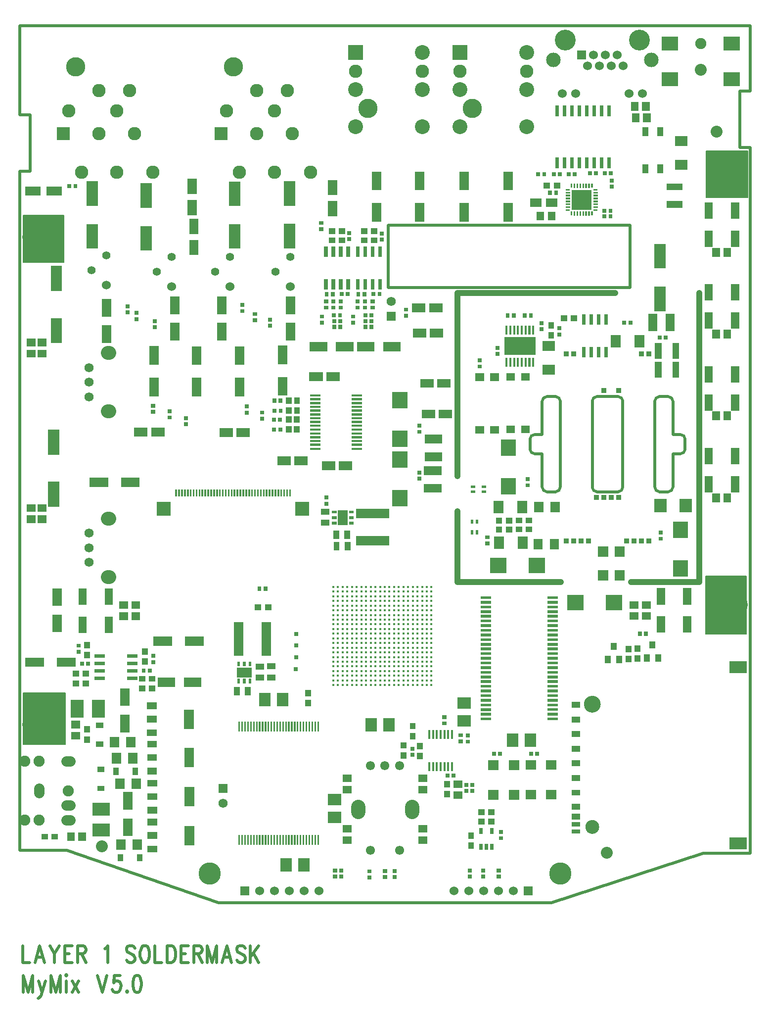
<source format=gbr>
*
*
G04 PADS Layout (Build Number 2006.45.1) generated Gerber (RS-274-X) file*
G04 PC Version=2.1*
*
%IN "MyMix V5.0_01.pcb"*%
*
%MOIN*%
*
%FSLAX35Y35*%
*
*
*
*
G04 PC Standard Apertures*
*
*
G04 Thermal Relief Aperture macro.*
%AMTER*
1,1,$1,0,0*
1,0,$1-$2,0,0*
21,0,$3,$4,0,0,45*
21,0,$3,$4,0,0,135*
%
*
*
G04 Annular Aperture macro.*
%AMANN*
1,1,$1,0,0*
1,0,$2,0,0*
%
*
*
G04 Odd Aperture macro.*
%AMODD*
1,1,$1,0,0*
1,0,$1-0.005,0,0*
%
*
*
G04 PC Custom Aperture Macros*
*
*
*
*
*
*
G04 PC Aperture Table*
*
%ADD010C,0.01*%
%ADD013C,0.005*%
%ADD015C,0.008*%
%ADD017R,0.03X0.03*%
%ADD018R,0.04X0.04*%
%ADD019R,0.024X0.024*%
%ADD023R,0.014X0.014*%
%ADD024R,0.06X0.06*%
%ADD026R,0.076X0.076*%
%ADD027R,0.102X0.102*%
%ADD030C,0.02*%
%ADD032R,0.1X0.1*%
%ADD037C,0.04*%
%ADD038R,0.056X0.056*%
%ADD040R,0.018X0.018*%
%ADD046C,0.055*%
%ADD051C,0.03*%
%ADD052R,0.062X0.062*%
%ADD054C,0.016*%
%ADD058C,0.2*%
%ADD061R,0.036X0.036*%
%ADD068R,0.066X0.066*%
%ADD069C,0.062*%
%ADD076C,0.075*%
%ADD084R,0.09X0.09*%
%ADD085C,0.098*%
%ADD087R,0.0748X0.0748*%
%ADD088C,0.06*%
%ADD092R,0.045X0.045*%
%ADD094R,0.01181X0.01181*%
%ADD095R,0.02362X0.02362*%
%ADD100R,0.05512X0.05512*%
%ADD102R,0.025X0.025*%
%ADD103C,0.08*%
%ADD108C,0.09*%
%ADD112R,0.05118X0.05118*%
%ADD113R,0.03937X0.03937*%
%ADD114R,0.06299X0.06299*%
%ADD119R,0.0689X0.0689*%
%ADD121R,0.08268X0.08268*%
%ADD122C,0.14*%
%ADD126R,0.05906X0.05906*%
%ADD138R,0.06693X0.06693*%
%ADD139R,0.011X0.011*%
%ADD140R,0.136X0.136*%
%ADD141R,0.015X0.015*%
%ADD142R,0.12X0.12*%
%ADD145R,0.01772X0.01772*%
%ADD146C,0.13*%
%ADD148C,0.1*%
%ADD149R,0.09449X0.09449*%
%ADD150R,0.09449X0.09449*%
%ADD152C,0.061*%
%ADD153R,0.04528X0.04528*%
%ADD154R,0.065X0.065*%
%ADD155C,0.06201*%
%ADD156R,0.03937X0.03937*%
%ADD161R,0.08661X0.08661*%
%ADD164C,0.15*%
%ADD172R,0.02756X0.02756*%
%ADD173R,0.07874X0.07874*%
%ADD174C,0.09488*%
%ADD175R,0.01575X0.01575*%
%ADD180R,0.02559X0.02559*%
%ADD181R,0.038X0.038*%
%ADD182C,0.07087*%
*
*
*
*
G04 PC Copper Outlines (0)*
G04 Layer Name MyMix V5.0_01.pcb - dark (0)*
%LPD*%
*
*
G04 PC Area=DRW76259708*
G75*
G36*
G01*
X202131Y631405D02*
X229719D01*
Y663119D01*
X202131D01*
Y631405D01*
G37*
G74*
*
*
G04 PC Area=DRW15358180*
G75*
G36*
G01*
X202131Y631405D02*
X229719D01*
Y663119D01*
X202131D01*
Y631405D01*
G37*
G74*
*
*
G04 PC Area=DRW74266854*
G75*
G36*
G01*
X202401Y306650D02*
X230444D01*
Y341219D01*
X202401D01*
Y306650D01*
G37*
G74*
*
*
G04 PC Area=DRW50773451*
G75*
G36*
G01*
X202401Y306650D02*
X230444D01*
Y341219D01*
X202401D01*
Y306650D01*
G37*
G74*
*
*
G04 PC Area=CFC3*
G75*
G36*
G01*
X585827Y328373D02*
G03*
X585827I0J5350D01*
G37*
G74*
*
*
G04 PC Area=CFC2*
G75*
G36*
G01*
X585827Y246696D02*
G03*
X585827I0J4350D01*
G37*
G74*
*
*
G04 PC Area=DRW33032812*
G75*
G36*
G01*
X662347Y381084D02*
X689698D01*
Y419928D01*
X662347D01*
Y381084D01*
G37*
G74*
*
*
G04 PC Area=DRW69578337*
G75*
G36*
G01*
X662347Y381084D02*
X689698D01*
Y419928D01*
X662347D01*
Y381084D01*
G37*
G74*
*
*
G04 PC Area=DRW72096783*
G75*
G36*
G01*
X662680Y675047D02*
X690493D01*
Y706432D01*
X662680D01*
Y675047D01*
G37*
G74*
*
*
G04 PC Area=DRW87982978*
G75*
G36*
G01*
X662680Y675047D02*
X690493D01*
Y706432D01*
X662680D01*
Y675047D01*
G37*
G74*
*
*
G04 PC Copper Outlines (1)*
G04 Layer Name MyMix V5.0_01.pcb - dark (1)*
%LPD*%
*
*
G04 PC Area=Custom_Thermal*
*
G04 PC Custom Flashes*
G04 Layer Name MyMix V5.0_01.pcb - flashes*
%LPD*%
*
*
G04 PC Circuitry*
G04 Layer Name MyMix V5.0_01.pcb - circuitry*
%LPD*%
*
G54D10*
G01X200000Y790551D02*
X692126D01*
Y746600*
X685126*
Y708600*
X692126*
Y233465*
X684094*
X660630*
X558268Y200000*
X333860*
X231500Y235430*
X200000*
Y692600*
X207000*
Y730600*
X200000*
Y790551*
X448300Y614173D02*
X611200D01*
Y656500*
X448300*
Y614173*
X588891Y540912D02*
G75*
G03X585801Y537822I0J-3090D01*
G01X588891Y540912D02*
X603310D01*
X606423Y537799D02*
G03X603310Y540912I-3113J0D01*
G01X606423Y537799D02*
Y479945D01*
X603288Y476810D02*
G03X606423Y479945I0J3135D01*
G01X603288Y476810D02*
X588894D01*
X585801Y479903D02*
G03X588894Y476810I3093J0D01*
G01X585801Y479903D02*
Y537822D01*
X631050Y540912D02*
G03X627950Y537812I-0J-3100D01*
G01Y479901*
G03X631041Y476810I3091J0*
G01X637059*
G03X640159Y479910I-0J3100*
G01Y502360*
X645273*
G03X648373Y505460I-0J3100*
G01Y512262*
G03X645273Y515362I-3100J-0*
G01X640159*
Y537812*
G03X637059Y540912I-3100J0*
G01X631050*
X552065Y479910D02*
G03X555165Y476810I3100J-0D01*
G01X561174*
G03X564274Y479910I-0J3100*
G01Y537812*
G03X561174Y540912I-3100J-0*
G01X555165*
G03X552065Y537812I-0J-3100*
G01Y515362*
X546951*
G03X543851Y512262I-0J-3100*
G01Y505460*
G03X546951Y502360I3100J-0*
G01X552065*
Y479910*
G54D13*
X662680Y675047D02*
X690493D01*
Y706432*
X662680*
Y675047*
X202131Y631405D02*
X229719D01*
Y663119*
X202131*
Y631405*
X202401Y306650D02*
X230444D01*
Y341219*
X202401*
Y306650*
X662347Y381084D02*
X689698D01*
Y419928*
X662347*
Y381084*
X662680Y675047D02*
X690493D01*
Y706432*
X662680*
Y675047*
X202131Y631405D02*
X229719D01*
Y663119*
X202131*
Y631405*
X202401Y306650D02*
X230444D01*
Y341219*
X202401*
Y306650*
X662347Y381084D02*
X689698D01*
Y419928*
X662347*
Y381084*
G54D15*
X590177Y251046D02*
G03X590177I-4350J0D01*
G01X591177Y333723D02*
G03X591177I-5350J0D01*
G01X590177Y251046D02*
G03X590177I-4350J0D01*
G01X591177Y333723D02*
G03X591177I-5350J0D01*
G54D17*
G01X386229Y373288D03*
X386300Y365359D03*
X386100Y357259D03*
X386300Y381059D03*
G54D18*
X621496Y695433D02*
Y693433D01*
X631496Y695433D02*
Y693433D01*
Y720433D02*
Y718433D01*
X621496Y720433D02*
Y718433D01*
X622617Y364400D02*
Y365200D01*
X630217Y364400D02*
Y365200D01*
X626417Y373200D02*
Y374000D01*
X596317Y363400D02*
Y364200D01*
X603917Y363400D02*
Y364200D01*
X600117Y372200D02*
Y373000D01*
G54D19*
X251414Y366282D02*
X256014D01*
X251414Y361282D02*
X256014D01*
X251414Y356282D02*
X256014D01*
X251414Y351282D02*
X256014D01*
X273414D02*
X278014D01*
X273414Y356282D02*
X278014D01*
X273414Y361282D02*
X278014D01*
X273414Y366282D02*
X278014D01*
X406300Y614159D02*
Y618759D01*
X411300Y614159D02*
Y618759D01*
X416300Y614159D02*
Y618759D01*
X421300Y614159D02*
Y618759D01*
Y636159D02*
Y640759D01*
X416300Y636159D02*
Y640759D01*
X411300Y636159D02*
Y640759D01*
X406300Y636159D02*
Y640759D01*
X427800Y614159D02*
Y618759D01*
X432800Y614159D02*
Y618759D01*
X437800Y614159D02*
Y618759D01*
X442800Y614159D02*
Y618759D01*
Y636159D02*
Y640759D01*
X437800Y636159D02*
Y640759D01*
X432800Y636159D02*
Y640759D01*
X427800Y636159D02*
Y640759D01*
X595200Y595159D02*
Y590559D01*
X590200Y595159D02*
Y590559D01*
X585200Y595159D02*
Y590559D01*
X580200Y595159D02*
Y590559D01*
Y573159D02*
Y568559D01*
X585200Y573159D02*
Y568559D01*
X590200Y573159D02*
Y568559D01*
X595200Y573159D02*
Y568559D01*
G54D23*
X491300Y311159D02*
Y315759D01*
X488700Y311159D02*
Y315759D01*
X486200Y311159D02*
Y315759D01*
X483600Y311159D02*
Y315759D01*
X481000Y311159D02*
Y315759D01*
X478500Y311159D02*
Y315759D01*
X475900Y311159D02*
Y315759D01*
Y289359D02*
Y293959D01*
X478500Y289359D02*
Y293959D01*
X481000Y289359D02*
Y293959D01*
X483600Y289359D02*
Y293959D01*
X486200Y289359D02*
Y293959D01*
X488700Y289359D02*
Y293959D01*
X491300Y289359D02*
Y293959D01*
X528029Y566178D02*
Y561578D01*
X530629Y566178D02*
Y561578D01*
X533229Y566178D02*
Y561578D01*
X535729Y566178D02*
Y561578D01*
X538329Y566178D02*
Y561578D01*
X540829Y566178D02*
Y561578D01*
X543429Y566178D02*
Y561578D01*
X546029Y566178D02*
Y561578D01*
Y587978D02*
Y583378D01*
X543429Y587978D02*
Y583378D01*
X540829Y587978D02*
Y583378D01*
X538329Y587978D02*
Y583378D01*
X535729Y587978D02*
Y583378D01*
X533229Y587978D02*
Y583378D01*
X530629Y587978D02*
Y583378D01*
X528029Y587978D02*
Y583378D01*
G54D24*
X542500Y208000D03*
X351712D03*
X578500Y771055D03*
G54D26*
X544100Y310359D02*
Y308959D01*
X532100Y310359D02*
Y308959D01*
X412848Y257508D02*
X411448D01*
X412848Y269508D02*
X411448D01*
X379546Y224808D02*
Y226208D01*
X391546Y224808D02*
Y226208D01*
X436700Y319259D02*
Y320659D01*
X448700Y319259D02*
Y320659D01*
X499988Y322588D02*
X498588D01*
X499988Y334588D02*
X498588D01*
X377086Y337448D02*
Y336048D01*
X365086Y337448D02*
Y336048D01*
G54D27*
X456021Y471989D02*
Y472789D01*
Y497989D02*
Y498789D01*
X456107Y511989D02*
Y512789D01*
Y537989D02*
Y538789D01*
X548688Y427088D02*
X547888D01*
X522688D02*
X521888D01*
X529288Y480188D02*
Y480988D01*
Y506188D02*
Y506988D01*
X645288Y451488D02*
Y450688D01*
Y425488D02*
Y424688D01*
X600688Y402088D02*
X599888D01*
X574688D02*
X573888D01*
G54D30*
X585827Y251046D03*
X202288Y151072D02*
Y139588D01*
Y151072D02*
X205470Y139588D01*
X208652Y151072D02*
X205470Y139588D01*
X208652Y151072D02*
Y139588D01*
X212629Y147244D02*
X215015Y139588D01*
X217402Y147244D02*
X215015Y139588D01*
X214220Y137400*
X214220D02*
X213424Y136307D01*
X212629Y135760*
X212231*
X220981Y151072D02*
Y139588D01*
Y151072D02*
X224163Y139588D01*
X227345Y151072D02*
X224163Y139588D01*
X227345Y151072D02*
Y139588D01*
X230924Y151072D02*
X231322Y150525D01*
X231322D02*
X231720Y151072D01*
X231322Y151619*
X230924Y151072*
X231322Y147244D02*
Y139588D01*
X235299Y147244D02*
X239674Y139588D01*
Y147244D02*
X235299Y139588D01*
X252402Y151072D02*
X255583Y139588D01*
X258765Y151072D02*
X255583Y139588D01*
X267515Y151072D02*
X263538D01*
X263140Y146150*
X263140D02*
X263538Y146697D01*
X264731Y147244*
X265924*
X267118Y146697*
X267913Y145604*
X268311Y143963*
X267913Y142869*
X267515Y141229*
X266720Y140135*
X265527Y139588*
X264333*
X263140Y140135*
X262743Y140682*
X262345Y141775*
X272288Y140682D02*
X271890Y140135D01*
X272288Y139588*
X272686Y140135*
X272288Y140682*
X278652Y151072D02*
X277458Y150525D01*
X277458D02*
X276663Y148885D01*
X276265Y146150*
X276265D02*
Y144510D01*
X276663Y141775*
X276663D02*
X277458Y140135D01*
X278652Y139588*
X279447*
X280640Y140135*
X281436Y141775*
X281436D02*
X281833Y144510D01*
Y146150*
X281833D02*
X281436Y148885D01*
X280640Y150525*
X280640D02*
X279447Y151072D01*
X278652*
X201899Y171136D02*
Y159652D01*
X206672*
X213433Y171136D02*
X210251Y159652D01*
X213433Y171136D02*
X216615Y159652D01*
X211444Y163480D02*
X215422D01*
X220194Y171136D02*
X223376Y165668D01*
Y159652*
X226558Y171136D02*
X223376Y165668D01*
X230138Y171136D02*
Y159652D01*
Y171136D02*
X235308D01*
X230138Y165668D02*
X233319D01*
X230138Y159652D02*
X235308D01*
X238888Y171136D02*
Y159652D01*
Y171136D02*
X242467D01*
X243660Y170589*
X243660D02*
X244058Y170043D01*
X244456Y168949*
Y167855*
X244058Y166761*
X243660Y166214*
X243660D02*
X242467Y165668D01*
X238888*
X241672D02*
X244456Y159652D01*
X257183Y168949D02*
X257979Y169496D01*
X259172Y171136*
Y159652*
X277467Y169496D02*
X276672Y170589D01*
X276672D02*
X275479Y171136D01*
X273888*
X272694Y170589*
X272694D02*
X271899Y169496D01*
Y168402*
X272297Y167308*
X272694Y166761*
X273490Y166214*
X273490D02*
X275876Y165121D01*
X276672Y164574*
X277069Y164027*
X277467Y162933*
Y161293*
X276672Y160199*
X275479Y159652*
X273888*
X272694Y160199*
X271899Y161293*
X283433Y171136D02*
X282638Y170589D01*
X282638D02*
X281842Y169496D01*
X281444Y168402*
X281047Y166761*
Y164027*
X281444Y162386*
X281842Y161293*
X282638Y160199*
X283433Y159652*
X285024*
X285819Y160199*
X286615Y161293*
X287013Y162386*
X287410Y164027*
Y166761*
X287013Y168402*
X286615Y169496*
X285819Y170589*
X285819D02*
X285024Y171136D01*
X283433*
X290990D02*
Y159652D01*
X295763*
X299342Y171136D02*
Y159652D01*
Y171136D02*
X302126D01*
X303319Y170589*
X303319D02*
X304115Y169496D01*
X304513Y168402*
X304910Y166761*
Y164027*
X304513Y162386*
X304115Y161293*
X303319Y160199*
X302126Y159652*
X299342*
X308490Y171136D02*
Y159652D01*
Y171136D02*
X313660D01*
X308490Y165668D02*
X311672D01*
X308490Y159652D02*
X313660D01*
X317240Y171136D02*
Y159652D01*
Y171136D02*
X320819D01*
X322013Y170589*
X322013D02*
X322410Y170043D01*
X322808Y168949*
Y167855*
X322410Y166761*
X322013Y166214*
X322013D02*
X320819Y165668D01*
X317240*
X320024D02*
X322808Y159652D01*
X326388Y171136D02*
Y159652D01*
Y171136D02*
X329569Y159652D01*
X332751Y171136D02*
X329569Y159652D01*
X332751Y171136D02*
Y159652D01*
X339513Y171136D02*
X336331Y159652D01*
X339513Y171136D02*
X342694Y159652D01*
X337524Y163480D02*
X341501D01*
X351842Y169496D02*
X351047Y170589D01*
X351047D02*
X349854Y171136D01*
X348263*
X347069Y170589*
X347069D02*
X346274Y169496D01*
Y168402*
X346672Y167308*
X347069Y166761*
X347865Y166214*
X347865D02*
X350251Y165121D01*
X351047Y164574*
X351444Y164027*
X351842Y162933*
Y161293*
X351047Y160199*
X349854Y159652*
X348263*
X347069Y160199*
X346274Y161293*
X355422Y171136D02*
Y159652D01*
X360990Y171136D02*
X355422Y163480D01*
X357410Y166214D02*
X360990Y159652D01*
X199965Y790551D02*
X692159D01*
Y746615*
X685160*
Y708629*
X692126*
Y669685*
Y233465*
X684094*
X660630*
X558268Y200000*
X333860*
X231500Y235430*
X200000*
Y692536*
X206979*
Y730575*
X199965*
Y790551*
X448304Y614173D02*
X611194D01*
Y656485*
X448304*
Y614173*
X588891Y540912D02*
G03X585801Y537822I0J-3090D01*
G01X588891Y540912D02*
X603310D01*
X606423Y537799D02*
G03X603310Y540912I-3113J0D01*
G01X606423Y537799D02*
Y479945D01*
X603288Y476810D02*
G03X606423Y479945I0J3135D01*
G01X603288Y476810D02*
X588894D01*
X585801Y479903D02*
G03X588894Y476810I3093J0D01*
G01X585801Y479903D02*
Y537822D01*
X631050Y540912D02*
G03X627950Y537812I-0J-3100D01*
G01Y479901*
G03X631041Y476810I3091J0*
G01X637059*
G03X640159Y479910I-0J3100*
G01Y502360*
X645273*
G03X648373Y505460I-0J3100*
G01Y512262*
G03X645273Y515362I-3100J-0*
G01X640159*
Y537812*
G03X637059Y540912I-3100J0*
G01X631050*
X552065Y479910D02*
G03X555165Y476810I3100J-0D01*
G01X561174*
G03X564274Y479910I-0J3100*
G01Y537812*
G03X561174Y540912I-3100J-0*
G01X555165*
G03X552065Y537812I-0J-3100*
G01Y515362*
X546951*
G03X543851Y512262I-0J-3100*
G01Y505460*
G03X546951Y502360I3100J-0*
G01X552065*
Y479910*
G54D32*
X496617Y772619D03*
X426271D03*
G54D37*
X601288Y610688D02*
X494788D01*
Y487388*
Y463688D02*
Y415888D01*
X564588*
X612088D02*
X657888D01*
Y610688*
X657788Y610788*
G54D38*
X559500Y671459D02*
X557500D01*
X548900D02*
X546900D01*
G54D40*
X516600Y405559D02*
X511400D01*
X516600Y402359D02*
X511400D01*
X516600Y399159D02*
X511400D01*
X516600Y396059D02*
X511400D01*
X516600Y392959D02*
X511400D01*
X516600Y389759D02*
X511400D01*
X516600Y386659D02*
X511400D01*
X516600Y383459D02*
X511400D01*
X516600Y380359D02*
X511400D01*
X516600Y377259D02*
X511400D01*
X516600Y374059D02*
X511400D01*
X516600Y370959D02*
X511400D01*
X516600Y367859D02*
X511400D01*
X516600Y364659D02*
X511400D01*
X516600Y361459D02*
X511400D01*
X516600Y358359D02*
X511400D01*
X516600Y355259D02*
X511400D01*
X516600Y352059D02*
X511400D01*
X516600Y348959D02*
X511400D01*
X516600Y345859D02*
X511400D01*
X516600Y342659D02*
X511400D01*
X516600Y339559D02*
X511400D01*
X516600Y336359D02*
X511400D01*
X516600Y333259D02*
X511400D01*
X516600Y330059D02*
X511400D01*
X516600Y326959D02*
X511400D01*
X516600Y323759D02*
X511400D01*
X561600D02*
X556400D01*
X561600Y326959D02*
X556400D01*
X561600Y330159D02*
X556400D01*
X561600Y333259D02*
X556400D01*
X561600Y336359D02*
X556400D01*
X561600Y339559D02*
X556400D01*
X561600Y342659D02*
X556400D01*
X561600Y345859D02*
X556400D01*
X561600Y348959D02*
X556400D01*
X561600Y352059D02*
X556400D01*
X561600Y355259D02*
X556400D01*
X561600Y358359D02*
X556400D01*
X561600Y361459D02*
X556400D01*
X561600Y364659D02*
X556400D01*
X561600Y367859D02*
X556400D01*
X561600Y370959D02*
X556400D01*
X561600Y374059D02*
X556400D01*
X561600Y377259D02*
X556400D01*
X561600Y380359D02*
X556400D01*
X561600Y383459D02*
X556400D01*
X561600Y386659D02*
X556400D01*
X561600Y389759D02*
X556400D01*
X561600Y392959D02*
X556400D01*
X561600Y396059D02*
X556400D01*
X561600Y399159D02*
X556400D01*
X561600Y402359D02*
X556400D01*
X561600Y405559D02*
X556400D01*
G54D46*
X248200Y626059D03*
X258200Y636059D03*
X331600Y624959D03*
X341600Y634959D03*
X372400Y624959D03*
X382400Y634959D03*
X292300Y624959D03*
X302300Y634959D03*
G54D51*
X585827Y333723D03*
G54D52*
X337100Y276859D03*
X450200Y594859D03*
G54D54*
X477430Y412730D03*
Y409580D03*
Y406431D03*
Y403281D03*
Y400131D03*
Y396982D03*
Y393832D03*
Y390683D03*
Y387533D03*
Y384383D03*
Y381234D03*
Y378084D03*
Y374935D03*
Y371785D03*
Y368635D03*
Y365486D03*
Y362336D03*
Y359187D03*
Y356037D03*
Y352887D03*
Y349738D03*
Y346588D03*
X474280Y412730D03*
Y409580D03*
Y406431D03*
Y403281D03*
Y400131D03*
Y396982D03*
Y393832D03*
Y390683D03*
Y387533D03*
Y384383D03*
Y381234D03*
Y378084D03*
Y374935D03*
Y371785D03*
Y368635D03*
Y365486D03*
Y362336D03*
Y359187D03*
Y356037D03*
Y352887D03*
Y349738D03*
Y346588D03*
X471131Y412730D03*
Y409580D03*
Y406431D03*
Y403281D03*
Y400131D03*
Y396982D03*
Y393832D03*
Y390683D03*
Y387533D03*
Y384383D03*
Y381234D03*
Y378084D03*
Y374935D03*
Y371785D03*
Y368635D03*
Y365486D03*
Y362336D03*
Y359187D03*
Y356037D03*
Y352887D03*
Y349738D03*
Y346588D03*
X467981Y412730D03*
Y409580D03*
Y406431D03*
Y403281D03*
Y400131D03*
Y396982D03*
Y393832D03*
Y390683D03*
Y387533D03*
Y384383D03*
Y381234D03*
Y378084D03*
Y374935D03*
Y371785D03*
Y368635D03*
Y365486D03*
Y362336D03*
Y359187D03*
Y356037D03*
Y352887D03*
Y349738D03*
Y346588D03*
X464831Y412730D03*
Y409580D03*
Y406431D03*
Y403281D03*
Y400131D03*
Y396982D03*
Y393832D03*
Y390683D03*
Y387533D03*
Y384383D03*
Y381234D03*
Y378084D03*
Y374935D03*
Y371785D03*
Y368635D03*
Y365486D03*
Y362336D03*
Y359187D03*
Y356037D03*
Y352887D03*
Y349738D03*
Y346588D03*
X461682Y412730D03*
Y409580D03*
Y406431D03*
Y403281D03*
Y400131D03*
Y396982D03*
Y393832D03*
Y390683D03*
Y387533D03*
Y384383D03*
Y381234D03*
Y378084D03*
Y374935D03*
Y371785D03*
Y368635D03*
Y365486D03*
Y362336D03*
Y359187D03*
Y356037D03*
Y352887D03*
Y349738D03*
Y346588D03*
X458532Y412730D03*
Y409580D03*
Y406431D03*
Y403281D03*
Y400131D03*
Y396982D03*
Y393832D03*
Y390683D03*
Y387533D03*
Y384383D03*
Y381234D03*
Y378084D03*
Y374935D03*
Y371785D03*
Y368635D03*
Y365486D03*
Y362336D03*
Y359187D03*
Y356037D03*
Y352887D03*
Y349738D03*
Y346588D03*
X455383Y412730D03*
Y409580D03*
Y406431D03*
Y403281D03*
Y400131D03*
Y396982D03*
Y393832D03*
Y390683D03*
Y387533D03*
Y384383D03*
Y381234D03*
Y378084D03*
Y374935D03*
Y371785D03*
Y368635D03*
Y365486D03*
Y362336D03*
Y359187D03*
Y356037D03*
Y352887D03*
Y349738D03*
Y346588D03*
X452233Y412730D03*
Y409580D03*
Y406431D03*
Y403281D03*
Y400131D03*
Y396982D03*
Y393832D03*
Y390683D03*
Y387533D03*
Y384383D03*
Y381234D03*
Y378084D03*
Y374935D03*
Y371785D03*
Y368635D03*
Y365486D03*
Y362336D03*
Y359187D03*
Y356037D03*
Y352887D03*
Y349738D03*
Y346588D03*
X449083Y412730D03*
Y409580D03*
Y406431D03*
Y403281D03*
Y400131D03*
Y396982D03*
Y393832D03*
Y390683D03*
Y387533D03*
Y384383D03*
Y381234D03*
Y378084D03*
Y374935D03*
Y371785D03*
Y368635D03*
Y365486D03*
Y362336D03*
Y359187D03*
Y356037D03*
Y352887D03*
Y349738D03*
Y346588D03*
X445934Y412730D03*
Y409580D03*
Y406431D03*
Y403281D03*
Y400131D03*
Y396982D03*
Y393832D03*
Y390683D03*
Y387533D03*
Y384383D03*
Y381234D03*
Y378084D03*
Y374935D03*
Y371785D03*
Y368635D03*
Y365486D03*
Y362336D03*
Y359187D03*
Y356037D03*
Y352887D03*
Y349738D03*
Y346588D03*
X442784Y412730D03*
Y409580D03*
Y406431D03*
Y403281D03*
Y400131D03*
Y396982D03*
Y393832D03*
Y390683D03*
Y387533D03*
Y384383D03*
Y381234D03*
Y378084D03*
Y374935D03*
Y371785D03*
Y368635D03*
Y365486D03*
Y362336D03*
Y359187D03*
Y356037D03*
Y352887D03*
Y349738D03*
Y346588D03*
X439635Y412730D03*
Y409580D03*
Y406431D03*
Y403281D03*
Y400131D03*
Y396982D03*
Y393832D03*
Y390683D03*
Y387533D03*
Y384383D03*
Y381234D03*
Y378084D03*
Y374935D03*
Y371785D03*
Y368635D03*
Y365486D03*
Y362336D03*
Y359187D03*
Y356037D03*
Y352887D03*
Y349738D03*
Y346588D03*
X436485Y412730D03*
Y409580D03*
Y406431D03*
Y403281D03*
Y400131D03*
Y396982D03*
Y393832D03*
Y390683D03*
Y387533D03*
Y384383D03*
Y381234D03*
Y378084D03*
Y374935D03*
Y371785D03*
Y368635D03*
Y365486D03*
Y362336D03*
Y359187D03*
Y356037D03*
Y352887D03*
Y349738D03*
Y346588D03*
X433335Y412730D03*
Y409580D03*
Y406431D03*
Y403281D03*
Y400131D03*
Y396982D03*
Y393832D03*
Y390683D03*
Y387533D03*
Y384383D03*
Y381234D03*
Y378084D03*
Y374935D03*
Y371785D03*
Y368635D03*
Y365486D03*
Y362336D03*
Y359187D03*
Y356037D03*
Y352887D03*
Y349738D03*
Y346588D03*
X430186Y412730D03*
Y409580D03*
Y406431D03*
Y403281D03*
Y400131D03*
Y396982D03*
Y393832D03*
Y390683D03*
Y387533D03*
Y384383D03*
Y381234D03*
Y378084D03*
Y374935D03*
Y371785D03*
Y368635D03*
Y365486D03*
Y362336D03*
Y359187D03*
Y356037D03*
Y352887D03*
Y349738D03*
Y346588D03*
X427036Y412730D03*
Y409580D03*
Y406431D03*
Y403281D03*
Y400131D03*
Y396982D03*
Y393832D03*
Y390683D03*
Y387533D03*
Y384383D03*
Y381234D03*
Y378084D03*
Y374935D03*
Y371785D03*
Y368635D03*
Y365486D03*
Y362336D03*
Y359187D03*
Y356037D03*
Y352887D03*
Y349738D03*
Y346588D03*
X423887Y412730D03*
Y409580D03*
Y406431D03*
Y403281D03*
Y400131D03*
Y396982D03*
Y393832D03*
Y390683D03*
Y387533D03*
Y384383D03*
Y381234D03*
Y378084D03*
Y374935D03*
Y371785D03*
Y368635D03*
Y365486D03*
Y362336D03*
Y359187D03*
Y356037D03*
Y352887D03*
Y349738D03*
Y346588D03*
X420737Y412730D03*
Y409580D03*
Y406431D03*
Y403281D03*
Y400131D03*
Y396982D03*
Y393832D03*
Y390683D03*
Y387533D03*
Y384383D03*
Y381234D03*
Y378084D03*
Y374935D03*
Y371785D03*
Y368635D03*
Y365486D03*
Y362336D03*
Y359187D03*
Y356037D03*
Y352887D03*
Y349738D03*
Y346588D03*
X417587Y412730D03*
Y409580D03*
Y406431D03*
Y403281D03*
Y400131D03*
Y396982D03*
Y393832D03*
Y390683D03*
Y387533D03*
Y384383D03*
Y381234D03*
Y378084D03*
Y374935D03*
Y371785D03*
Y368635D03*
Y365486D03*
Y362336D03*
Y359187D03*
Y356037D03*
Y352887D03*
Y349738D03*
Y346588D03*
X414438Y412730D03*
Y409580D03*
Y406431D03*
Y403281D03*
Y400131D03*
Y396982D03*
Y393832D03*
Y390683D03*
Y387533D03*
Y384383D03*
Y381234D03*
Y378084D03*
Y374935D03*
Y371785D03*
Y368635D03*
Y365486D03*
Y362336D03*
Y359187D03*
Y356037D03*
Y352887D03*
Y349738D03*
Y346588D03*
X411288Y412730D03*
Y409580D03*
Y406431D03*
Y403281D03*
Y400131D03*
Y396982D03*
Y393832D03*
Y390683D03*
Y387533D03*
Y384383D03*
Y381234D03*
Y378084D03*
Y374935D03*
Y371785D03*
Y368635D03*
Y365486D03*
Y362336D03*
Y359187D03*
Y356037D03*
Y352887D03*
Y349738D03*
Y346588D03*
G54D58*
X680500Y400600D03*
Y691700D03*
X211700Y320000D03*
Y648400D03*
G54D61*
X253200Y319609D02*
X254400D01*
X253200Y306709D02*
X254400D01*
X277750Y289159D02*
Y287959D01*
X264850Y289159D02*
Y287959D01*
X280650Y230959D02*
Y229759D01*
X267750Y230959D02*
Y229759D01*
X255200Y277009D02*
X254000D01*
X255200Y289909D02*
X254000D01*
G54D68*
X557900Y272859D02*
X558300D01*
X557900Y292859D02*
X558300D01*
X544100D02*
X544500D01*
X544100Y272859D02*
X544500D01*
X532829Y272788D02*
X533229D01*
X532829Y292788D02*
X533229D01*
X519029D02*
X519429D01*
X519029Y272788D02*
X519429D01*
G54D69*
X337100Y266859D03*
X450200Y604859D03*
G54D76*
X232677Y275500D03*
X203150Y255815D03*
Y295185D03*
X212992Y255815D03*
Y295185D03*
X658870Y778745D03*
G54D84*
X229344Y718110D03*
X335644D03*
G54D85*
X427860Y261300D02*
Y264700D01*
X464260Y261300D02*
Y264700D01*
X559500Y767555D03*
X625500D03*
G54D87*
X248823Y682157D02*
Y673102D01*
Y653416D02*
Y644361D01*
X381836Y682257D02*
Y673202D01*
Y653516D02*
Y644461D01*
X344738Y682057D02*
Y673002D01*
Y653316D02*
Y644261D01*
X285151Y680790D02*
Y671735D01*
Y652049D02*
Y642994D01*
X631456Y602214D02*
Y611269D01*
Y630955D02*
Y640010D01*
X224600Y625103D02*
Y615654D01*
Y590064D02*
Y580615D01*
X222768Y514942D02*
Y505493D01*
Y479903D02*
Y470454D01*
G54D88*
X532500Y208000D03*
X522500D03*
X512500D03*
X502500D03*
X492500D03*
X361712D03*
X371712D03*
X381712D03*
X391712D03*
X401712D03*
X258200Y616059D03*
X341600Y614959D03*
X382400D03*
X302300D03*
X582500Y763555D03*
X586500Y771055D03*
X590500Y763555D03*
X594500Y771055D03*
X598500Y763555D03*
X602500Y771055D03*
X606500Y763555D03*
X565500Y745055D03*
X574500D03*
X610500D03*
X619500D03*
G54D92*
X288153Y306864D02*
X290153D01*
X288153Y297764D02*
X290153D01*
X288153Y288664D02*
X290153D01*
X288300Y254404D02*
X290300D01*
X288300Y245304D02*
X290300D01*
X288300Y236204D02*
X290300D01*
X288225Y280564D02*
X290225D01*
X288225Y271464D02*
X290225D01*
X288225Y262364D02*
X290225D01*
X287981Y332741D02*
X289981D01*
X287981Y323641D02*
X289981D01*
X287981Y314541D02*
X289981D01*
G54D94*
X305314Y474095D02*
Y477638D01*
X307283Y474095D02*
Y477638D01*
X309251Y474095D02*
Y477638D01*
X311220Y474095D02*
Y477638D01*
X313188Y474095D02*
Y477638D01*
X315157Y474095D02*
Y477638D01*
X317125Y474095D02*
Y477638D01*
X319094Y474095D02*
Y477638D01*
X321062Y474095D02*
Y477638D01*
X323031Y474095D02*
Y477638D01*
X324999Y474095D02*
Y477638D01*
X326968Y474095D02*
Y477638D01*
X328936Y474095D02*
Y477638D01*
X330905Y474095D02*
Y477638D01*
X332873Y474095D02*
Y477638D01*
X334842Y474095D02*
Y477638D01*
X336810Y474095D02*
Y477638D01*
X338779Y474095D02*
Y477638D01*
X340747Y474095D02*
Y477638D01*
X342716Y474095D02*
Y477638D01*
X344684Y474095D02*
Y477638D01*
X346653Y474095D02*
Y477638D01*
X348621Y474095D02*
Y477638D01*
X350590Y474095D02*
Y477638D01*
X352558Y474095D02*
Y477638D01*
X354527Y474095D02*
Y477638D01*
X356495Y474095D02*
Y477638D01*
X358464Y474095D02*
Y477638D01*
X360432Y474095D02*
Y477638D01*
X362401Y474095D02*
Y477638D01*
X364369Y474095D02*
Y477638D01*
X366338Y474095D02*
Y477638D01*
X368306Y474095D02*
Y477638D01*
X370275Y474095D02*
Y477638D01*
X372243Y474095D02*
Y477638D01*
X374212Y474095D02*
Y477638D01*
X376180Y474095D02*
Y477638D01*
X378149Y474095D02*
Y477638D01*
X380117Y474095D02*
Y477638D01*
X382086Y474095D02*
Y477638D01*
G54D95*
X510760Y238530D02*
Y236758D01*
X514500Y238530D02*
Y236758D01*
X518240Y238530D02*
Y236758D01*
Y249160D02*
Y247388D01*
X510760Y249160D02*
Y247388D01*
G54D100*
X632142Y384615D02*
Y390127D01*
Y403591D02*
Y409103D01*
X649858Y384615D02*
Y390127D01*
Y403591D02*
Y409103D01*
X664342Y589335D02*
Y594847D01*
Y608311D02*
Y613823D01*
X682058Y589335D02*
Y594847D01*
Y608311D02*
Y613823D01*
X664342Y644445D02*
Y649957D01*
Y663421D02*
Y668933D01*
X682058Y644445D02*
Y649957D01*
Y663421D02*
Y668933D01*
X242242Y384515D02*
Y390027D01*
Y403491D02*
Y409003D01*
X259958Y384515D02*
Y390027D01*
Y403491D02*
Y409003D01*
X664342Y479095D02*
Y484607D01*
Y498071D02*
Y503583D01*
X682058Y479095D02*
Y484607D01*
Y498071D02*
Y503583D01*
X664342Y534215D02*
Y539727D01*
Y553191D02*
Y558703D01*
X682058Y534215D02*
Y539727D01*
Y553191D02*
Y558703D01*
G54D102*
X562026Y695840D02*
Y700840D01*
X567026Y695840D02*
Y700840D01*
X572026Y695840D02*
Y700840D01*
X577026Y695840D02*
Y700840D01*
X582026Y695840D02*
Y700840D01*
X587026Y695840D02*
Y700840D01*
X592026Y695840D02*
Y700840D01*
X597026Y695840D02*
Y700840D01*
Y730840D02*
Y735840D01*
X592026Y730840D02*
Y735840D01*
X587026Y730840D02*
Y735840D01*
X582026Y730840D02*
Y735840D01*
X577026Y730840D02*
Y735840D01*
X572026Y730840D02*
Y735840D01*
X567026Y730840D02*
Y735840D01*
X562026Y730840D02*
Y735840D01*
G54D103*
X669682Y719240D03*
X595455Y233541D03*
X255342Y238097D03*
X658870Y761045D03*
G54D108*
X277376Y718110D03*
X253360D03*
Y746850D03*
X273832D03*
X265171Y733464D03*
X232888D03*
X241549Y692126D03*
X289580D03*
X265171D03*
X383676Y718110D03*
X359660D03*
Y746850D03*
X380132D03*
X371471Y733464D03*
X339188D03*
X347849Y692126D03*
X395880D03*
X371471D03*
X496617Y760020D03*
X541617D03*
X426271D03*
X471271D03*
G54D112*
X550860Y662065D02*
Y662853D01*
X558340Y662065D02*
Y662853D01*
X615160Y728265D02*
Y729053D01*
X622640Y728265D02*
Y729053D01*
X614460Y735865D02*
Y736653D01*
X621940Y735865D02*
Y736653D01*
X494806Y279899D02*
X495594D01*
X494806Y272419D02*
X495594D01*
X269486Y400499D02*
X270274D01*
X269486Y393019D02*
X270274D01*
X215394Y569838D02*
X214606D01*
X215394Y577318D02*
X214606D01*
X207894Y569838D02*
X207106D01*
X207894Y577318D02*
X207106D01*
X207894Y458343D02*
X207106D01*
X207894Y465823D02*
X207106D01*
X215394Y458343D02*
X214606D01*
X215394Y465823D02*
X214606D01*
X420894Y242260D02*
X420106D01*
X420894Y249740D02*
X420106D01*
X471894Y242260D02*
X471106D01*
X471894Y249740D02*
X471106D01*
X420106Y283740D02*
X420894D01*
X420106Y276260D02*
X420894D01*
X471106Y283740D02*
X471894D01*
X471106Y276260D02*
X471894D01*
X676740Y472953D02*
Y472165D01*
X669260Y472953D02*
Y472165D01*
X676740Y528353D02*
Y527565D01*
X669260Y528353D02*
Y527565D01*
X676740Y583453D02*
Y582665D01*
X669260Y583453D02*
Y582665D01*
X676740Y638453D02*
Y637665D01*
X669260Y638453D02*
Y637665D01*
X614394Y393119D02*
X613606D01*
X614394Y400599D02*
X613606D01*
X621826D02*
X622614D01*
X621826Y393119D02*
X622614D01*
X278494Y393019D02*
X277706D01*
X278494Y400499D02*
X277706D01*
X237994Y312519D02*
X237206D01*
X237994Y319999D02*
X237206D01*
X241882Y244912D02*
Y244124D01*
X234402Y244912D02*
Y244124D01*
X519581Y553966D02*
X520369D01*
X509581D02*
X510369D01*
X509581Y518532D02*
X510369D01*
X519581D02*
X520369D01*
X531139Y518780D02*
X530352D01*
X541139D02*
X540352D01*
X541139Y554214D02*
X540352D01*
X531139D02*
X530352D01*
G54D113*
X245359Y366625D02*
Y367018D01*
Y373318D02*
Y373711D01*
X284294Y362298D02*
Y362692D01*
Y368991D02*
Y369384D01*
X394308Y334323D02*
Y334716D01*
Y341016D02*
Y341409D01*
X360394Y398876D02*
X360787D01*
X367087D02*
X367480D01*
X406697Y455919D02*
X404925D01*
X406697Y463399D02*
X404925D01*
X413260Y446973D02*
Y448745D01*
X420740Y446973D02*
Y448745D01*
X413460Y439373D02*
Y441145D01*
X420940Y439373D02*
Y441145D01*
X237489Y354230D02*
X237883D01*
X244182D02*
X244576D01*
X237489Y347626D02*
X237883D01*
X244182D02*
X244576D01*
X289458Y350814D02*
X289064D01*
X282765D02*
X282371D01*
X289458Y344438D02*
X289064D01*
X282765D02*
X282371D01*
X616317Y364257D02*
Y364650D01*
Y370950D02*
Y371343D01*
X610317Y364057D02*
Y364450D01*
Y370750D02*
Y371143D01*
X555057Y683059D02*
X555450D01*
X561750D02*
X562143D01*
X469500Y305802D02*
Y305409D01*
Y299109D02*
Y298716D01*
X488000Y273016D02*
Y273409D01*
Y279709D02*
Y280102D01*
X464800Y319202D02*
Y318809D01*
Y312509D02*
Y312116D01*
X458500Y306202D02*
Y305809D01*
Y299509D02*
Y299116D01*
X370352Y351748D02*
X368580D01*
X370352Y359228D02*
X368580D01*
X386618Y518502D02*
Y518895D01*
Y525195D02*
Y525588D01*
X386760Y531248D02*
Y531642D01*
Y537941D02*
Y538335D01*
X362652Y351548D02*
X360880D01*
X362652Y359028D02*
X360880D01*
X438943Y646159D02*
X438550D01*
X432250D02*
X431857D01*
X417443D02*
X417050D01*
X410750D02*
X410357D01*
X353717Y343480D02*
Y341708D01*
X346237Y343480D02*
Y341708D01*
X438943Y652459D02*
X438550D01*
X432250D02*
X431857D01*
X417243D02*
X416850D01*
X410550D02*
X410157D01*
X223710Y244524D02*
X223317D01*
X217017D02*
X216624D01*
X245400Y309789D02*
Y310182D01*
Y316482D02*
Y316875D01*
X381257Y525588D02*
Y525195D01*
Y518895D02*
Y518502D01*
X381305Y538335D02*
Y537941D01*
Y531642D02*
Y531248D01*
X543352Y457513D02*
X542959D01*
X536659D02*
X536266D01*
X543267Y451525D02*
X542874D01*
X536574D02*
X536181D01*
X566557Y593559D02*
X566950D01*
X573250D02*
X573643D01*
X529831Y457343D02*
X529438D01*
X523138D02*
X522745D01*
X529831Y451439D02*
X529438D01*
X523138D02*
X522745D01*
X558130Y589194D02*
Y588800D01*
Y582501D02*
Y582107D01*
X518043Y254559D02*
X517650D01*
X511350D02*
X510957D01*
X518043Y260959D02*
X517650D01*
X511350D02*
X510957D01*
X504100Y245402D02*
Y245009D01*
Y238709D02*
Y238316D01*
G54D114*
X277580Y483059D02*
X271280D01*
X256320D02*
X250020D01*
X528979Y689339D02*
Y683039D01*
Y668079D02*
Y661779D01*
X499308Y689339D02*
Y683039D01*
Y668079D02*
Y661779D01*
X469377Y689339D02*
Y683039D01*
Y668079D02*
Y661779D01*
X440357Y689339D02*
Y683039D01*
Y668079D02*
Y661779D01*
X234331Y362011D02*
X228031D01*
X213071D02*
X206771D01*
X293181Y376233D02*
X299481D01*
X314441D02*
X320741D01*
X377046Y544663D02*
Y550963D01*
Y565923D02*
Y572223D01*
X290300Y544279D02*
Y550579D01*
Y565539D02*
Y571839D01*
X319200Y544079D02*
Y550379D01*
Y565339D02*
Y571639D01*
X348100Y544079D02*
Y550379D01*
Y565339D02*
Y571639D01*
X264988Y296965D02*
Y297753D01*
X276012Y296965D02*
Y297753D01*
X274912Y308453D02*
Y307665D01*
X263888Y308453D02*
Y307665D01*
X268188Y238765D02*
Y239553D01*
X279212Y238765D02*
Y239553D01*
X278412Y280453D02*
Y279665D01*
X267388Y280453D02*
Y279665D01*
X316143Y684366D02*
Y680429D01*
Y670193D02*
Y666256D01*
X410635Y683614D02*
Y679677D01*
Y669441D02*
Y665504D01*
X206914Y679346D02*
X210851D01*
X221087D02*
X225024D01*
X317280Y657478D02*
Y653541D01*
Y643305D02*
Y639368D01*
X270757Y317950D02*
Y323462D01*
Y335666D02*
Y341178D01*
X272843Y248131D02*
Y253642D01*
Y265847D02*
Y271359D01*
X453614Y574559D02*
X448102D01*
X435898D02*
X430386D01*
X398486D02*
X403998D01*
X416202D02*
X421714D01*
X295989Y348519D02*
X301501D01*
X313705D02*
X319217D01*
X225119Y408618D02*
Y403106D01*
Y390902D02*
Y385390D01*
X258300Y603473D02*
Y597961D01*
Y585757D02*
Y580245D01*
X304400Y605073D02*
Y599561D01*
Y587357D02*
Y581845D01*
X336000Y605073D02*
Y599561D01*
Y587357D02*
Y581845D01*
X382500Y605073D02*
Y599561D01*
Y587357D02*
Y581845D01*
X560286Y441982D02*
Y441194D01*
X549262Y441982D02*
Y441194D01*
X549630Y466194D02*
Y466982D01*
X560654Y466194D02*
Y466982D01*
X347576Y369593D02*
Y385735D01*
X366080Y369593D02*
Y385735D01*
X429729Y462311D02*
X445871D01*
X429729Y443807D02*
X445871D01*
G54D119*
X604255Y436488D02*
Y436292D01*
X593035Y436488D02*
Y436292D01*
Y420544D02*
Y420347D01*
X604255Y420544D02*
Y420347D01*
G54D121*
X631823Y467194D02*
Y467982D01*
X648753Y467194D02*
Y467982D01*
G54D122*
X617500Y781055D03*
X567500D03*
G54D126*
X398017Y554359D02*
X401166D01*
X409434D02*
X412583D01*
X391071Y497588D02*
X387922D01*
X379654D02*
X376505D01*
X421083Y494259D02*
X417934D01*
X409666D02*
X406517D01*
X473823Y529181D02*
X476972D01*
X485240D02*
X488390D01*
X294571Y517088D02*
X291422D01*
X283154D02*
X280005D01*
X472818Y549867D02*
X475967D01*
X484235D02*
X487384D01*
X352071Y516588D02*
X348922D01*
X340654D02*
X337505D01*
X482471Y583688D02*
X479322D01*
X471054D02*
X467905D01*
X481883Y600559D02*
X478734D01*
X470466D02*
X467317D01*
X626539Y587959D02*
Y593864D01*
X638350Y587959D02*
Y593864D01*
X481246Y479160D02*
X475340D01*
X481246Y490971D02*
X475340D01*
X475828Y512247D02*
X481734D01*
X475828Y500436D02*
X481734D01*
G54D138*
X646575Y697017D02*
X645001D01*
X646575Y712962D02*
X645001D01*
X349691Y355088D02*
X352841D01*
X417700Y460934D02*
Y457784D01*
X617648Y578862D02*
Y577288D01*
X601703Y578862D02*
Y577288D01*
X538859Y443175D02*
Y441601D01*
X522914Y443175D02*
Y441601D01*
X555613Y574930D02*
X557187D01*
X555613Y558985D02*
X557187D01*
X522717Y465801D02*
Y467375D01*
X538662Y465801D02*
Y467375D01*
G54D139*
X347854Y239588D02*
Y244988D01*
X349823Y239588D02*
Y244988D01*
X351791Y239588D02*
Y244988D01*
X353760Y239588D02*
Y244988D01*
X355728Y239588D02*
Y244988D01*
X357697Y239588D02*
Y244988D01*
X359665Y239588D02*
Y244988D01*
X361634Y239588D02*
Y244988D01*
X363602Y239588D02*
Y244988D01*
X365571Y239588D02*
Y244988D01*
X367539Y239588D02*
Y244988D01*
X369508Y239588D02*
Y244988D01*
X371476Y239588D02*
Y244988D01*
X373445Y239588D02*
Y244988D01*
X375413Y239588D02*
Y244988D01*
X377382Y239588D02*
Y244988D01*
X379350Y239588D02*
Y244988D01*
X381319Y239588D02*
Y244988D01*
X383287Y239588D02*
Y244988D01*
X385256Y239588D02*
Y244988D01*
X387224Y239588D02*
Y244988D01*
X389193Y239588D02*
Y244988D01*
X391161Y239588D02*
Y244988D01*
X393130Y239588D02*
Y244988D01*
X395098Y239588D02*
Y244988D01*
X397067Y239588D02*
Y244988D01*
X399035Y239588D02*
Y244988D01*
X401004Y239588D02*
Y244988D01*
Y315988D02*
Y321388D01*
X399035Y315988D02*
Y321388D01*
X397067Y315988D02*
Y321388D01*
X395098Y315988D02*
Y321388D01*
X393130Y315988D02*
Y321388D01*
X391161Y315988D02*
Y321388D01*
X389193Y315988D02*
Y321388D01*
X387224Y315988D02*
Y321388D01*
X385256Y315988D02*
Y321388D01*
X383287Y315988D02*
Y321388D01*
X381319Y315988D02*
Y321388D01*
X379350Y315988D02*
Y321388D01*
X377382Y315988D02*
Y321388D01*
X375413Y315988D02*
Y321388D01*
X373445Y315988D02*
Y321388D01*
X371476Y315988D02*
Y321388D01*
X369508Y315988D02*
Y321388D01*
X367539Y315988D02*
Y321388D01*
X365571Y315988D02*
Y321388D01*
X363602Y315988D02*
Y321388D01*
X361634Y315988D02*
Y321388D01*
X359665Y315988D02*
Y321388D01*
X357697Y315988D02*
Y321388D01*
X355728Y315988D02*
Y321388D01*
X353760Y315988D02*
Y321388D01*
X351791Y315988D02*
Y321388D01*
X349823Y315988D02*
Y321388D01*
X347854Y315988D02*
Y321388D01*
X585590Y683652D02*
Y682152D01*
X583621Y683652D02*
Y681752D01*
X581653Y683652D02*
Y681752D01*
X579684Y683652D02*
Y681752D01*
X577716Y683652D02*
Y681752D01*
X575747Y683652D02*
Y681752D01*
X573779Y683652D02*
Y681752D01*
X571810Y683652D02*
Y682152D01*
X568407Y680249D02*
X569907D01*
X568407Y678280D02*
X570307D01*
X568407Y676312D02*
X570307D01*
X568407Y674343D02*
X570307D01*
X568407Y672375D02*
X570307D01*
X568407Y670406D02*
X570307D01*
X568407Y668438D02*
X570307D01*
X568407Y666469D02*
X569907D01*
X571810Y664966D02*
Y663466D01*
X573779Y664966D02*
Y663066D01*
X575747Y664966D02*
Y663066D01*
X577716Y664966D02*
Y663066D01*
X579684Y664966D02*
Y663066D01*
X581653Y664966D02*
Y663066D01*
X583621Y664966D02*
Y663066D01*
X585590Y664966D02*
Y663466D01*
X587093Y666469D02*
X588593D01*
X587093Y668438D02*
X588993D01*
X587093Y670406D02*
X588993D01*
X587093Y672375D02*
X588993D01*
X587093Y674343D02*
X588993D01*
X587093Y676312D02*
X588993D01*
X587093Y678280D02*
X588993D01*
X587093Y680249D02*
X588593D01*
G54D140*
X578700Y673359D03*
G54D141*
X401850Y541659D02*
X396350D01*
X401850Y539159D02*
X396350D01*
X401850Y536559D02*
X396350D01*
X401850Y534059D02*
X396350D01*
X401850Y531459D02*
X396350D01*
X401850Y528859D02*
X396350D01*
X401850Y526359D02*
X396350D01*
X401850Y523759D02*
X396350D01*
X401850Y521259D02*
X396350D01*
X401850Y518659D02*
X396350D01*
X401850Y516059D02*
X396350D01*
X401850Y513559D02*
X396350D01*
X401850Y510959D02*
X396350D01*
X401850Y508459D02*
X396350D01*
X401850Y505659D02*
X396350D01*
X429850D02*
X424350D01*
X429850Y508459D02*
X424350D01*
X429850Y511059D02*
X424350D01*
X429850Y513559D02*
X424350D01*
X429850Y516059D02*
X424350D01*
X429850Y518659D02*
X424350D01*
X429850Y521259D02*
X424350D01*
X429850Y523759D02*
X424350D01*
X429850Y526359D02*
X424350D01*
X429850Y528859D02*
X424350D01*
X429850Y531459D02*
X424350D01*
X429850Y534059D02*
X424350D01*
X429850Y536559D02*
X424350D01*
X429850Y539159D02*
X424350D01*
X429850Y541659D02*
X424350D01*
G54D142*
X541529Y574878D02*
X532529D01*
G54D145*
X355006Y361486D02*
Y360108D01*
X351266Y361486D02*
Y360108D01*
X347526Y361486D02*
Y360108D01*
Y350068D02*
Y348690D01*
X351266Y350068D02*
Y348690D01*
X355006Y350068D02*
Y348690D01*
X424098Y455619D02*
X422720D01*
X424098Y459359D02*
X422720D01*
X424098Y463099D02*
X422720D01*
X412680D02*
X411302D01*
X412680Y459359D02*
X411302D01*
X412680Y455619D02*
X411302D01*
G54D146*
X237612Y762992D03*
X343912D03*
X505003Y735020D03*
X434657D03*
G54D148*
X496617Y747619D03*
Y722619D03*
X541617Y772619D03*
Y747619D03*
Y722619D03*
X426271Y747619D03*
Y722619D03*
X471271Y772619D03*
Y747619D03*
Y722619D03*
G54D149*
X680523Y778745D02*
X678949D01*
X638791D02*
X637217D01*
X638791Y754745D02*
X637217D01*
X680523D02*
X678949D01*
G54D150*
X297046Y465237D03*
X390354D03*
G54D152*
X455910Y235400D03*
X436210D03*
Y292500D03*
X455910D03*
X446060D03*
G54D153*
X638362Y682126D02*
X644465D01*
X638362Y670315D02*
X644465D01*
X642046Y562163D02*
Y556061D01*
X630234Y562163D02*
Y556061D01*
X642046Y574773D02*
Y568671D01*
X630234Y574773D02*
Y568671D01*
G54D154*
X314153Y301014D02*
Y294514D01*
X314300Y248554D02*
Y242054D01*
X314225Y274714D02*
Y268214D01*
X313981Y326891D02*
Y320391D01*
G54D155*
X246685Y540735D03*
Y550578D03*
Y560421D03*
Y429240D03*
Y439083D03*
Y448926D03*
G54D156*
X575787Y323408D02*
X573819D01*
X575787Y313566D02*
X573819D01*
X575787Y303723D02*
X573819D01*
X575787Y293881D02*
X573819D01*
X575787Y284038D02*
X573819D01*
X575787Y274196D02*
X573819D01*
X575787Y264629D02*
X573819D01*
X575787Y257936D02*
X573819D01*
X575787Y333251D02*
X573819D01*
G54D161*
X252899Y332234D02*
Y329084D01*
X238725Y332234D02*
Y329084D01*
X253176Y263160D02*
X256325D01*
X253176Y248987D02*
X256325D01*
G54D164*
X327953Y219685D03*
X564173D03*
G54D172*
X576378Y252818D02*
X573228D01*
X576378Y248093D02*
X573228D01*
G54D173*
X686023Y240101D02*
X682087D01*
X686023Y358605D02*
X682087D01*
G54D174*
X260232Y530893D02*
X259122D01*
X260232Y570263D02*
X259122D01*
X260232Y419398D02*
X259122D01*
X260232Y458768D02*
X259122D01*
G54D175*
X504893Y448712D02*
Y450090D01*
X508042Y448712D02*
Y450090D01*
Y455995D02*
Y457373D01*
X504893Y455995D02*
Y457373D01*
X513348Y476906D02*
X511970D01*
X513348Y480056D02*
X511970D01*
X506064D02*
X504686D01*
X506064Y476906D02*
X504686D01*
G54D180*
X512202Y221726D02*
X512398D01*
X512202Y217592D02*
X512398D01*
X503202Y221726D02*
X503398D01*
X503202Y217592D02*
X503398D01*
X444098Y646592D02*
X443902D01*
X444098Y650726D02*
X443902D01*
X422098Y646892D02*
X421902D01*
X422098Y651026D02*
X421902D01*
X239595Y369057D02*
X239399D01*
X239595Y373191D02*
X239399D01*
X241859Y360981D02*
Y361177D01*
X245993Y360981D02*
Y361177D01*
X290080Y362096D02*
X289883D01*
X290080Y366230D02*
X289883D01*
X287526Y356377D02*
Y356180D01*
X283392Y356377D02*
Y356180D01*
X617833Y381061D02*
Y381257D01*
X621967Y381061D02*
Y381257D01*
X446198Y217292D02*
X446002D01*
X446198Y221426D02*
X446002D01*
X412498Y217592D02*
X412302D01*
X412498Y221726D02*
X412302D01*
X365565Y411568D02*
Y411372D01*
X361431Y411568D02*
Y411372D01*
X464602Y303726D02*
X464798D01*
X464602Y299592D02*
X464798D01*
X488233Y285561D02*
Y285757D01*
X492367Y285561D02*
Y285757D01*
X435798Y216992D02*
X435602D01*
X435798Y221126D02*
X435602D01*
X452798Y217292D02*
X452602D01*
X452798Y221426D02*
X452602D01*
X416798Y217592D02*
X416602D01*
X416798Y221726D02*
X416602D01*
X523696Y300386D02*
Y300190D01*
X519562Y300386D02*
Y300190D01*
X598055Y662386D02*
Y662190D01*
X593921Y662386D02*
Y662190D01*
X598055Y666186D02*
Y665990D01*
X593921Y666186D02*
Y665990D01*
X486198Y320792D02*
X486002D01*
X486198Y324926D02*
X486002D01*
X548696Y300386D02*
Y300190D01*
X544562Y300386D02*
Y300190D01*
X559919Y690693D02*
Y690890D01*
X564053Y690693D02*
Y690890D01*
X574053D02*
Y690693D01*
X569919Y690890D02*
Y690693D01*
X594168Y691226D02*
Y691423D01*
X598302Y691226D02*
Y691423D01*
X588302D02*
Y691226D01*
X584168Y691423D02*
Y691226D01*
X522702Y221726D02*
X522898D01*
X522702Y217592D02*
X522898D01*
X272598Y597592D02*
X272402D01*
X272598Y601726D02*
X272402D01*
X497198Y308692D02*
X497002D01*
X497198Y312826D02*
X497002D01*
X501048Y275288D02*
X500851D01*
X501048Y279422D02*
X500851D01*
X406424Y472897D02*
X406620D01*
X406424Y468763D02*
X406620D01*
X353098Y530092D02*
X352902D01*
X353098Y534226D02*
X352902D01*
X363398Y525992D02*
X363202D01*
X363398Y530126D02*
X363202D01*
X289898Y530592D02*
X289702D01*
X289898Y534726D02*
X289702D01*
X312098Y522292D02*
X311902D01*
X312098Y526426D02*
X311902D01*
X301098Y526792D02*
X300902D01*
X301098Y530926D02*
X300902D01*
X290998Y587592D02*
X290802D01*
X290998Y591726D02*
X290802D01*
X278598Y593092D02*
X278402D01*
X278598Y597226D02*
X278402D01*
X469481Y517164D02*
X469284D01*
X469481Y521298D02*
X469284D01*
X469377Y485620D02*
X469181D01*
X469377Y489754D02*
X469181D01*
X349998Y598492D02*
X349802D01*
X349998Y602626D02*
X349802D01*
X368698Y588592D02*
X368502D01*
X368698Y592726D02*
X368502D01*
X358498Y592392D02*
X358302D01*
X358498Y596526D02*
X358302D01*
X549324Y690661D02*
Y690857D01*
X553458Y690661D02*
Y690857D01*
X599017Y682256D02*
X598820D01*
X599017Y686390D02*
X598820D01*
X557333Y678061D02*
Y678257D01*
X561467Y678061D02*
Y678257D01*
X504948Y275288D02*
X504751D01*
X504948Y279422D02*
X504751D01*
X502098Y308492D02*
X501902D01*
X502098Y312626D02*
X501902D01*
X432267Y609957D02*
Y609761D01*
X428133Y609957D02*
Y609761D01*
X442467Y610057D02*
Y609861D01*
X438333Y610057D02*
Y609861D01*
X436967Y595757D02*
Y595561D01*
X432833Y595757D02*
Y595561D01*
X410867Y609957D02*
Y609761D01*
X406733Y609957D02*
Y609761D01*
X420967Y610057D02*
Y609861D01*
X416833Y610057D02*
Y609861D01*
X415767Y595757D02*
Y595561D01*
X411633Y595757D02*
Y595561D01*
X432798Y600792D02*
X432602D01*
X432798Y604926D02*
X432602D01*
X437898Y600792D02*
X437702D01*
X437898Y604926D02*
X437702D01*
X411398Y600792D02*
X411202D01*
X411398Y604926D02*
X411202D01*
X416398Y600792D02*
X416202D01*
X416398Y604926D02*
X416202D01*
X424814Y590692D02*
X424618D01*
X424814Y594826D02*
X424618D01*
X432833Y587761D02*
Y587957D01*
X436967Y587761D02*
Y587957D01*
X403646Y590692D02*
X403450D01*
X403646Y594826D02*
X403450D01*
X411833Y587761D02*
Y587957D01*
X415967Y587761D02*
Y587957D01*
X371196Y525332D02*
Y525529D01*
X375330Y525332D02*
Y525529D01*
X371385Y518561D02*
Y518758D01*
X375518Y518561D02*
Y518758D01*
X371621Y531307D02*
Y531504D01*
X375755Y531307D02*
Y531504D01*
X371527Y538079D02*
Y538276D01*
X375660Y538079D02*
Y538276D01*
X427798Y600792D02*
X427602D01*
X427798Y604926D02*
X427602D01*
X432833Y591661D02*
Y591857D01*
X436967Y591661D02*
Y591857D01*
X406498Y600792D02*
X406302D01*
X406498Y604926D02*
X406302D01*
X411833Y591661D02*
Y591857D01*
X415967Y591661D02*
Y591857D01*
X403002Y657826D02*
X403198D01*
X403002Y653692D02*
X403198D01*
X233317Y682568D02*
Y682764D01*
X237451Y682568D02*
Y682764D01*
X528763Y595397D02*
Y595593D01*
X532897Y595397D02*
Y595593D01*
X540271Y595411D02*
Y595607D01*
X544405Y595411D02*
Y595607D01*
X521902Y573726D02*
X522098D01*
X521902Y569592D02*
X522098D01*
X563536Y586898D02*
X563732D01*
X563536Y582764D02*
X563732D01*
X542402Y481206D02*
X542206D01*
X542402Y485340D02*
X542206D01*
X611520Y590809D02*
Y590613D01*
X607386Y590809D02*
Y590613D01*
X515022Y446141D02*
X515219D01*
X515022Y442007D02*
X515219D01*
X631163Y580520D02*
Y580716D01*
X635297Y580520D02*
Y580716D01*
X631777Y449289D02*
X631973D01*
X631777Y445156D02*
X631973D01*
X551506Y590371D02*
X551702D01*
X551506Y586237D02*
X551702D01*
X510101Y561144D02*
X509905D01*
X510101Y565278D02*
X509905D01*
X524398Y243492D02*
X524202D01*
X524398Y247626D02*
X524202D01*
X460298Y595392D02*
X460102D01*
X460298Y599526D02*
X460102D01*
G54D181*
X618963Y443637D03*
X573263D03*
X618963Y569637D03*
X573263D03*
X623963D03*
X568263D03*
X623963Y443637D03*
X568263D03*
X608963D03*
X583263D03*
X613963D03*
X578263D03*
X603613Y544869D03*
X593613D03*
X603613Y472869D03*
X598613D03*
X593613D03*
X588613D03*
G54D182*
X212992Y274122D02*
Y276878D01*
X231299Y255815D02*
X234055D01*
X231299Y295185D02*
X234055D01*
X231299Y265657D02*
X234055D01*
G74*
X0Y0D02*
M02*

</source>
